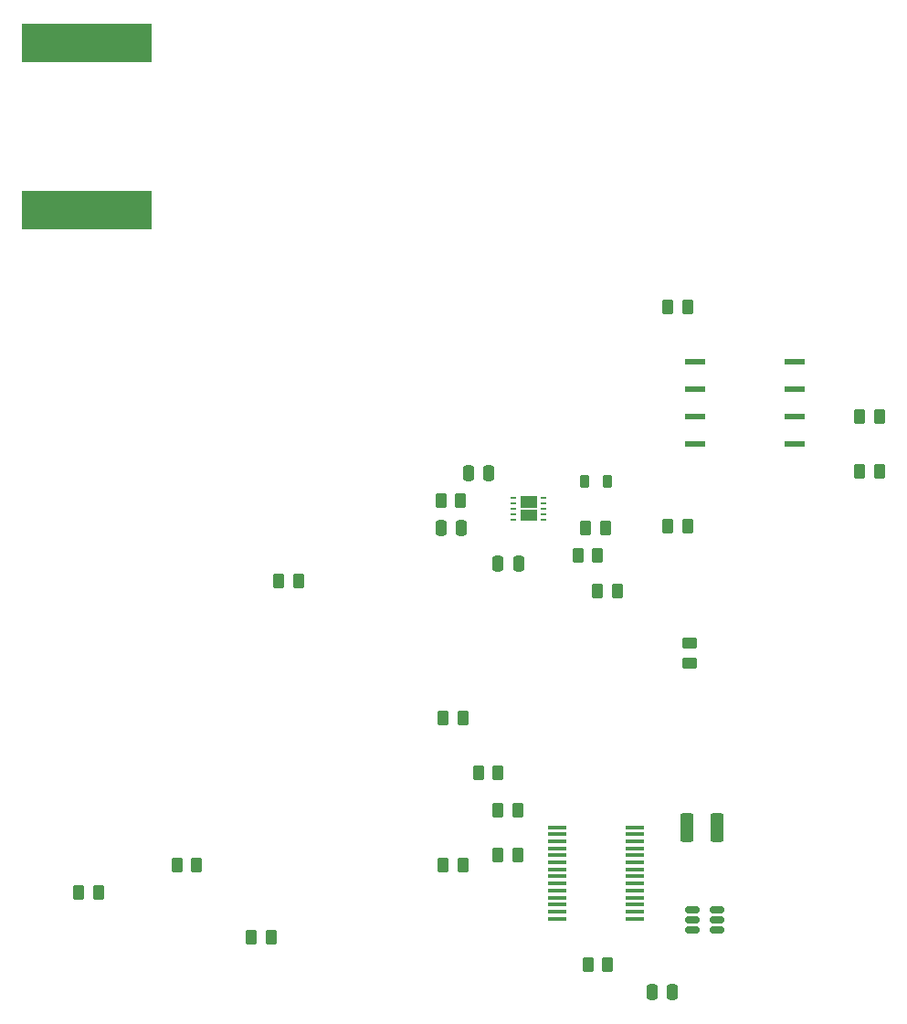
<source format=gbr>
%TF.GenerationSoftware,KiCad,Pcbnew,7.0.8*%
%TF.CreationDate,2023-11-20T12:48:28-05:00*%
%TF.ProjectId,Fufupot,46756675-706f-4742-9e6b-696361645f70,rev?*%
%TF.SameCoordinates,Original*%
%TF.FileFunction,Paste,Top*%
%TF.FilePolarity,Positive*%
%FSLAX46Y46*%
G04 Gerber Fmt 4.6, Leading zero omitted, Abs format (unit mm)*
G04 Created by KiCad (PCBNEW 7.0.8) date 2023-11-20 12:48:28*
%MOMM*%
%LPD*%
G01*
G04 APERTURE LIST*
G04 Aperture macros list*
%AMRoundRect*
0 Rectangle with rounded corners*
0 $1 Rounding radius*
0 $2 $3 $4 $5 $6 $7 $8 $9 X,Y pos of 4 corners*
0 Add a 4 corners polygon primitive as box body*
4,1,4,$2,$3,$4,$5,$6,$7,$8,$9,$2,$3,0*
0 Add four circle primitives for the rounded corners*
1,1,$1+$1,$2,$3*
1,1,$1+$1,$4,$5*
1,1,$1+$1,$6,$7*
1,1,$1+$1,$8,$9*
0 Add four rect primitives between the rounded corners*
20,1,$1+$1,$2,$3,$4,$5,0*
20,1,$1+$1,$4,$5,$6,$7,0*
20,1,$1+$1,$6,$7,$8,$9,0*
20,1,$1+$1,$8,$9,$2,$3,0*%
G04 Aperture macros list end*
%ADD10R,0.599999X0.240000*%
%ADD11RoundRect,0.250000X-0.262500X-0.450000X0.262500X-0.450000X0.262500X0.450000X-0.262500X0.450000X0*%
%ADD12RoundRect,0.250000X0.250000X0.475000X-0.250000X0.475000X-0.250000X-0.475000X0.250000X-0.475000X0*%
%ADD13RoundRect,0.218750X-0.218750X-0.381250X0.218750X-0.381250X0.218750X0.381250X-0.218750X0.381250X0*%
%ADD14RoundRect,0.250000X0.262500X0.450000X-0.262500X0.450000X-0.262500X-0.450000X0.262500X-0.450000X0*%
%ADD15RoundRect,0.250000X0.375000X1.075000X-0.375000X1.075000X-0.375000X-1.075000X0.375000X-1.075000X0*%
%ADD16R,1.854200X0.609600*%
%ADD17RoundRect,0.150000X0.512500X0.150000X-0.512500X0.150000X-0.512500X-0.150000X0.512500X-0.150000X0*%
%ADD18R,12.100000X3.550000*%
%ADD19RoundRect,0.250000X-0.250000X-0.475000X0.250000X-0.475000X0.250000X0.475000X-0.250000X0.475000X0*%
%ADD20RoundRect,0.250000X-0.450000X0.262500X-0.450000X-0.262500X0.450000X-0.262500X0.450000X0.262500X0*%
%ADD21R,1.750000X0.450000*%
G04 APERTURE END LIST*
%TO.C,U2*%
G36*
X112824998Y-97634413D02*
G01*
X111324999Y-97634413D01*
X111324999Y-96574412D01*
X112824998Y-96574412D01*
X112824998Y-97634413D01*
G37*
G36*
X112824998Y-96374415D02*
G01*
X111324999Y-96374415D01*
X111324999Y-95314415D01*
X112824998Y-95314415D01*
X112824998Y-96374415D01*
G37*
%TD*%
D10*
%TO.C,U2*%
X110675000Y-95474414D03*
X110675000Y-95974413D03*
X110675000Y-96474415D03*
X110675000Y-96974414D03*
X110675000Y-97474413D03*
X113475000Y-97474413D03*
X113475000Y-96974414D03*
X113475000Y-96474415D03*
X113475000Y-95974413D03*
X113475000Y-95474414D03*
%TD*%
D11*
%TO.C,R15*%
X142780000Y-87919415D03*
X144605000Y-87919415D03*
%TD*%
%TO.C,R16*%
X142780000Y-92999415D03*
X144605000Y-92999415D03*
%TD*%
D12*
%TO.C,C1*%
X108395000Y-93184415D03*
X106495000Y-93184415D03*
%TD*%
D13*
%TO.C,L1*%
X117255000Y-93980000D03*
X119380000Y-93980000D03*
%TD*%
D14*
%TO.C,R11*%
X111045000Y-124460000D03*
X109220000Y-124460000D03*
%TD*%
%TO.C,R12*%
X120292500Y-104140000D03*
X118467500Y-104140000D03*
%TD*%
D15*
%TO.C,F1*%
X129540000Y-126019415D03*
X126740000Y-126019415D03*
%TD*%
D16*
%TO.C,IC1*%
X127540000Y-82839415D03*
X127540000Y-85379415D03*
X127540000Y-87919415D03*
X127540000Y-90459415D03*
X136697000Y-90459415D03*
X136697000Y-87919415D03*
X136697000Y-85379415D03*
X136697000Y-82839415D03*
%TD*%
D14*
%TO.C,R8*%
X109220000Y-120939415D03*
X107395000Y-120939415D03*
%TD*%
D11*
%TO.C,R9*%
X109220000Y-128559415D03*
X111045000Y-128559415D03*
%TD*%
%TO.C,R14*%
X125000000Y-77759415D03*
X126825000Y-77759415D03*
%TD*%
D17*
%TO.C,U1*%
X129540000Y-135539415D03*
X129540000Y-134589415D03*
X129540000Y-133639415D03*
X127265000Y-133639415D03*
X127265000Y-134589415D03*
X127265000Y-135539415D03*
%TD*%
D14*
%TO.C,R20*%
X88185000Y-136179415D03*
X86360000Y-136179415D03*
%TD*%
D18*
%TO.C,L3*%
X71120000Y-53340000D03*
X71120000Y-68840000D03*
%TD*%
D14*
%TO.C,R10*%
X105965000Y-129540000D03*
X104140000Y-129540000D03*
%TD*%
%TO.C,R2*%
X81280000Y-129540000D03*
X79455000Y-129540000D03*
%TD*%
D19*
%TO.C,C2*%
X123510000Y-141259415D03*
X125410000Y-141259415D03*
%TD*%
D20*
%TO.C,R13*%
X127000000Y-108954415D03*
X127000000Y-110779415D03*
%TD*%
D14*
%TO.C,R7*%
X90725000Y-103159415D03*
X88900000Y-103159415D03*
%TD*%
D12*
%TO.C,C4*%
X111120000Y-101600000D03*
X109220000Y-101600000D03*
%TD*%
%TO.C,C3*%
X105855000Y-98264415D03*
X103955000Y-98264415D03*
%TD*%
D11*
%TO.C,R5*%
X116655000Y-100804415D03*
X118480000Y-100804415D03*
%TD*%
D14*
%TO.C,R1*%
X72195000Y-132080000D03*
X70370000Y-132080000D03*
%TD*%
D11*
%TO.C,R4*%
X117555000Y-138719415D03*
X119380000Y-138719415D03*
%TD*%
D21*
%TO.C,U3*%
X114720000Y-126019415D03*
X114720000Y-126669415D03*
X114720000Y-127319415D03*
X114720000Y-127969415D03*
X114720000Y-128619415D03*
X114720000Y-129269415D03*
X114720000Y-129919415D03*
X114720000Y-130569415D03*
X114720000Y-131219415D03*
X114720000Y-131869415D03*
X114720000Y-132519415D03*
X114720000Y-133169415D03*
X114720000Y-133819415D03*
X114720000Y-134469415D03*
X121920000Y-134469415D03*
X121920000Y-133819415D03*
X121920000Y-133169415D03*
X121920000Y-132519415D03*
X121920000Y-131869415D03*
X121920000Y-131219415D03*
X121920000Y-130569415D03*
X121920000Y-129919415D03*
X121920000Y-129269415D03*
X121920000Y-128619415D03*
X121920000Y-127969415D03*
X121920000Y-127319415D03*
X121920000Y-126669415D03*
X121920000Y-126019415D03*
%TD*%
D11*
%TO.C,R18*%
X125000000Y-98079415D03*
X126825000Y-98079415D03*
%TD*%
%TO.C,R6*%
X117370000Y-98264415D03*
X119195000Y-98264415D03*
%TD*%
%TO.C,R19*%
X104140000Y-115859415D03*
X105965000Y-115859415D03*
%TD*%
D14*
%TO.C,R3*%
X105780000Y-95724415D03*
X103955000Y-95724415D03*
%TD*%
M02*

</source>
